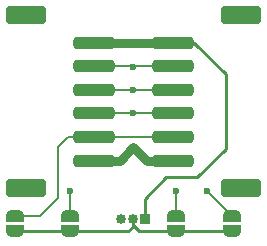
<source format=gtl>
%TF.GenerationSoftware,KiCad,Pcbnew,8.0.0*%
%TF.CreationDate,2024-11-14T09:50:14-06:00*%
%TF.ProjectId,Rain connectors,5261696e-2063-46f6-9e6e-6563746f7273,rev?*%
%TF.SameCoordinates,Original*%
%TF.FileFunction,Copper,L1,Top*%
%TF.FilePolarity,Positive*%
%FSLAX46Y46*%
G04 Gerber Fmt 4.6, Leading zero omitted, Abs format (unit mm)*
G04 Created by KiCad (PCBNEW 8.0.0) date 2024-11-14 09:50:14*
%MOMM*%
%LPD*%
G01*
G04 APERTURE LIST*
G04 Aperture macros list*
%AMRoundRect*
0 Rectangle with rounded corners*
0 $1 Rounding radius*
0 $2 $3 $4 $5 $6 $7 $8 $9 X,Y pos of 4 corners*
0 Add a 4 corners polygon primitive as box body*
4,1,4,$2,$3,$4,$5,$6,$7,$8,$9,$2,$3,0*
0 Add four circle primitives for the rounded corners*
1,1,$1+$1,$2,$3*
1,1,$1+$1,$4,$5*
1,1,$1+$1,$6,$7*
1,1,$1+$1,$8,$9*
0 Add four rect primitives between the rounded corners*
20,1,$1+$1,$2,$3,$4,$5,0*
20,1,$1+$1,$4,$5,$6,$7,0*
20,1,$1+$1,$6,$7,$8,$9,0*
20,1,$1+$1,$8,$9,$2,$3,0*%
%AMFreePoly0*
4,1,19,0.500000,-0.750000,0.000000,-0.750000,0.000000,-0.744911,-0.071157,-0.744911,-0.207708,-0.704816,-0.327430,-0.627875,-0.420627,-0.520320,-0.479746,-0.390866,-0.500000,-0.250000,-0.500000,0.250000,-0.479746,0.390866,-0.420627,0.520320,-0.327430,0.627875,-0.207708,0.704816,-0.071157,0.744911,0.000000,0.744911,0.000000,0.750000,0.500000,0.750000,0.500000,-0.750000,0.500000,-0.750000,
$1*%
%AMFreePoly1*
4,1,19,0.000000,0.744911,0.071157,0.744911,0.207708,0.704816,0.327430,0.627875,0.420627,0.520320,0.479746,0.390866,0.500000,0.250000,0.500000,-0.250000,0.479746,-0.390866,0.420627,-0.520320,0.327430,-0.627875,0.207708,-0.704816,0.071157,-0.744911,0.000000,-0.744911,0.000000,-0.750000,-0.500000,-0.750000,-0.500000,0.750000,0.000000,0.750000,0.000000,0.744911,0.000000,0.744911,
$1*%
G04 Aperture macros list end*
%TA.AperFunction,SMDPad,CuDef*%
%ADD10RoundRect,0.250000X1.500000X-0.250000X1.500000X0.250000X-1.500000X0.250000X-1.500000X-0.250000X0*%
%TD*%
%TA.AperFunction,SMDPad,CuDef*%
%ADD11RoundRect,0.250001X1.449999X-0.499999X1.449999X0.499999X-1.449999X0.499999X-1.449999X-0.499999X0*%
%TD*%
%TA.AperFunction,SMDPad,CuDef*%
%ADD12RoundRect,0.250000X-1.500000X0.250000X-1.500000X-0.250000X1.500000X-0.250000X1.500000X0.250000X0*%
%TD*%
%TA.AperFunction,SMDPad,CuDef*%
%ADD13RoundRect,0.250001X-1.449999X0.499999X-1.449999X-0.499999X1.449999X-0.499999X1.449999X0.499999X0*%
%TD*%
%TA.AperFunction,SMDPad,CuDef*%
%ADD14FreePoly0,90.000000*%
%TD*%
%TA.AperFunction,SMDPad,CuDef*%
%ADD15FreePoly1,90.000000*%
%TD*%
%TA.AperFunction,ComponentPad*%
%ADD16R,0.850000X0.850000*%
%TD*%
%TA.AperFunction,ComponentPad*%
%ADD17O,0.850000X0.850000*%
%TD*%
%TA.AperFunction,ViaPad*%
%ADD18C,0.600000*%
%TD*%
%TA.AperFunction,Conductor*%
%ADD19C,0.762000*%
%TD*%
%TA.AperFunction,Conductor*%
%ADD20C,0.254000*%
%TD*%
%TA.AperFunction,Conductor*%
%ADD21C,0.200000*%
%TD*%
G04 APERTURE END LIST*
D10*
%TO.P,J2,1,Pin_1*%
%TO.N,GND*%
X137675000Y-87075000D03*
%TO.P,J2,2,Pin_2*%
%TO.N,Net-(J1-Pin_5)*%
X137675000Y-85075000D03*
%TO.P,J2,3,Pin_3*%
%TO.N,Net-(J1-Pin_4)*%
X137675000Y-83075000D03*
%TO.P,J2,4,Pin_4*%
%TO.N,Net-(J1-Pin_3)*%
X137675000Y-81075000D03*
%TO.P,J2,5,Pin_5*%
%TO.N,Net-(J1-Pin_2)*%
X137675000Y-79075000D03*
%TO.P,J2,6,Pin_6*%
%TO.N,+5V*%
X137675000Y-77075000D03*
D11*
%TO.P,J2,MP*%
%TO.N,N/C*%
X143425000Y-89425000D03*
X143425000Y-74725000D03*
%TD*%
D12*
%TO.P,J1,1,Pin_1*%
%TO.N,+5V*%
X131000000Y-77075000D03*
%TO.P,J1,2,Pin_2*%
%TO.N,Net-(J1-Pin_2)*%
X131000000Y-79075000D03*
%TO.P,J1,3,Pin_3*%
%TO.N,Net-(J1-Pin_3)*%
X131000000Y-81075000D03*
%TO.P,J1,4,Pin_4*%
%TO.N,Net-(J1-Pin_4)*%
X131000000Y-83075000D03*
%TO.P,J1,5,Pin_5*%
%TO.N,Net-(J1-Pin_5)*%
X131000000Y-85075000D03*
%TO.P,J1,6,Pin_6*%
%TO.N,GND*%
X131000000Y-87075000D03*
D13*
%TO.P,J1,MP*%
%TO.N,N/C*%
X125250000Y-74725000D03*
X125250000Y-89425000D03*
%TD*%
D14*
%TO.P,4,1,A*%
%TO.N,Net-(J3-Pin_2)*%
X142650000Y-93050000D03*
D15*
%TO.P,4,2,B*%
%TO.N,Net-(J1-Pin_2)*%
X142650000Y-91750000D03*
%TD*%
%TO.P,3,2,B*%
%TO.N,Net-(J1-Pin_3)*%
X137875000Y-91750000D03*
D14*
%TO.P,3,1,A*%
%TO.N,Net-(J3-Pin_2)*%
X137875000Y-93050000D03*
%TD*%
%TO.P,2,1,A*%
%TO.N,Net-(J3-Pin_2)*%
X128975000Y-93050000D03*
D15*
%TO.P,2,2,B*%
%TO.N,Net-(J1-Pin_4)*%
X128975000Y-91750000D03*
%TD*%
D14*
%TO.P,1,1,A*%
%TO.N,Net-(J3-Pin_2)*%
X124300000Y-93050000D03*
D15*
%TO.P,1,2,B*%
%TO.N,Net-(J1-Pin_5)*%
X124300000Y-91750000D03*
%TD*%
D16*
%TO.P,J3,1,Pin_1*%
%TO.N,+5V*%
X135275000Y-92050000D03*
D17*
%TO.P,J3,2,Pin_2*%
%TO.N,Net-(J3-Pin_2)*%
X134275000Y-92050000D03*
%TO.P,J3,3,Pin_3*%
%TO.N,GND*%
X133275000Y-92050000D03*
%TD*%
D18*
%TO.N,Net-(J1-Pin_2)*%
X140525000Y-89625000D03*
%TO.N,Net-(J1-Pin_3)*%
X137875000Y-89625000D03*
%TO.N,GND*%
X134300000Y-85925000D03*
%TO.N,Net-(J1-Pin_2)*%
X134275000Y-79100000D03*
%TO.N,Net-(J1-Pin_3)*%
X134275000Y-81050000D03*
%TO.N,Net-(J1-Pin_4)*%
X134275000Y-83075000D03*
X128975000Y-89625000D03*
%TD*%
D19*
%TO.N,GND*%
X133150000Y-87075000D02*
X131000000Y-87075000D01*
X135450000Y-87075000D02*
X137675000Y-87075000D01*
X134300000Y-85925000D02*
X135450000Y-87075000D01*
X134300000Y-85925000D02*
X133150000Y-87075000D01*
D20*
%TO.N,+5V*%
X142125000Y-86075000D02*
X142125000Y-79775000D01*
X139725000Y-88475000D02*
X142125000Y-86075000D01*
X137075000Y-88475000D02*
X139725000Y-88475000D01*
X135275000Y-90275000D02*
X137075000Y-88475000D01*
X142125000Y-79775000D02*
X139425000Y-77075000D01*
X139425000Y-77075000D02*
X137675000Y-77075000D01*
X135275000Y-92050000D02*
X135275000Y-90275000D01*
D21*
%TO.N,Net-(J1-Pin_2)*%
X140525000Y-89625000D02*
X142650000Y-91750000D01*
%TO.N,Net-(J1-Pin_3)*%
X137875000Y-91750000D02*
X137875000Y-89625000D01*
%TO.N,Net-(J1-Pin_4)*%
X128975000Y-91750000D02*
X128975000Y-89625000D01*
%TO.N,Net-(J1-Pin_5)*%
X126425000Y-91750000D02*
X124300000Y-91750000D01*
X128725000Y-85075000D02*
X127925000Y-85875000D01*
X127925000Y-90250000D02*
X126425000Y-91750000D01*
X131000000Y-85075000D02*
X128725000Y-85075000D01*
X127925000Y-85875000D02*
X127925000Y-90250000D01*
%TO.N,Net-(J1-Pin_2)*%
X134300000Y-79075000D02*
X137675000Y-79075000D01*
X134275000Y-79100000D02*
X134300000Y-79075000D01*
X134250000Y-79075000D02*
X134275000Y-79100000D01*
%TO.N,Net-(J1-Pin_3)*%
X134300000Y-81075000D02*
X137675000Y-81075000D01*
X134275000Y-81050000D02*
X134300000Y-81075000D01*
X134250000Y-81075000D02*
X134275000Y-81050000D01*
%TO.N,Net-(J1-Pin_4)*%
X134275000Y-83075000D02*
X137675000Y-83075000D01*
D20*
%TO.N,Net-(J3-Pin_2)*%
X134275000Y-92554000D02*
X134275000Y-92050000D01*
X134771000Y-93050000D02*
X134275000Y-92554000D01*
X137875000Y-93050000D02*
X134771000Y-93050000D01*
X142650000Y-93050000D02*
X137875000Y-93050000D01*
X134275000Y-92651040D02*
X134275000Y-92050000D01*
X133876040Y-93050000D02*
X134275000Y-92651040D01*
X128975000Y-93050000D02*
X133876040Y-93050000D01*
X124300000Y-93050000D02*
X128975000Y-93050000D01*
X128950000Y-93050000D02*
X128975000Y-93075000D01*
D21*
%TO.N,Net-(J1-Pin_5)*%
X131000000Y-85075000D02*
X137675000Y-85075000D01*
%TO.N,Net-(J1-Pin_4)*%
X131000000Y-83075000D02*
X134275000Y-83075000D01*
%TO.N,Net-(J1-Pin_3)*%
X131000000Y-81075000D02*
X134250000Y-81075000D01*
%TO.N,Net-(J1-Pin_2)*%
X131000000Y-79075000D02*
X134250000Y-79075000D01*
D19*
%TO.N,+5V*%
X131000000Y-77075000D02*
X137675000Y-77075000D01*
%TD*%
M02*

</source>
